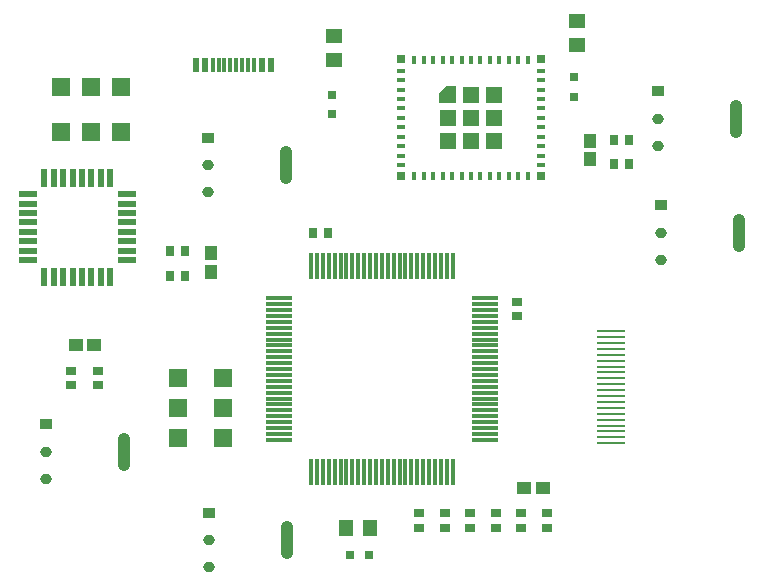
<source format=gbr>
%TF.GenerationSoftware,Altium Limited,Altium Designer,23.4.1 (23)*%
G04 Layer_Color=8421504*
%FSLAX45Y45*%
%MOMM*%
%TF.SameCoordinates,1140DA37-B3DB-4B23-8321-DC1501029C55*%
%TF.FilePolarity,Positive*%
%TF.FileFunction,Paste,Top*%
%TF.Part,Single*%
G01*
G75*
%TA.AperFunction,SMDPad,CuDef*%
%ADD10R,0.30000X2.20000*%
%ADD11R,2.20000X0.30000*%
%ADD12R,0.70000X0.70000*%
%TA.AperFunction,BGAPad,CuDef*%
%ADD13R,1.45000X1.45000*%
%TA.AperFunction,SMDPad,CuDef*%
%ADD15R,0.40000X0.80000*%
%ADD16R,0.80000X0.40000*%
%TA.AperFunction,ConnectorPad*%
%ADD17R,0.30000X1.15000*%
%ADD18R,0.60000X1.15000*%
%TA.AperFunction,SMDPad,CuDef*%
%ADD19R,0.75814X0.81213*%
G04:AMPARAMS|DCode=20|XSize=1.00429mm|YSize=3.18213mm|CornerRadius=0.43687mm|HoleSize=0mm|Usage=FLASHONLY|Rotation=0.000|XOffset=0mm|YOffset=0mm|HoleType=Round|Shape=RoundedRectangle|*
%AMROUNDEDRECTD20*
21,1,1.00429,2.30840,0,0,0.0*
21,1,0.13056,3.18213,0,0,0.0*
1,1,0.87373,0.06528,-1.15420*
1,1,0.87373,-0.06528,-1.15420*
1,1,0.87373,-0.06528,1.15420*
1,1,0.87373,0.06528,1.15420*
%
%ADD20ROUNDEDRECTD20*%
G04:AMPARAMS|DCode=21|XSize=1.00429mm|YSize=0.87213mm|CornerRadius=0.43606mm|HoleSize=0mm|Usage=FLASHONLY|Rotation=0.000|XOffset=0mm|YOffset=0mm|HoleType=Round|Shape=RoundedRectangle|*
%AMROUNDEDRECTD21*
21,1,1.00429,0.00000,0,0,0.0*
21,1,0.13216,0.87213,0,0,0.0*
1,1,0.87213,0.06608,0.00000*
1,1,0.87213,-0.06608,0.00000*
1,1,0.87213,-0.06608,0.00000*
1,1,0.87213,0.06608,0.00000*
%
%ADD21ROUNDEDRECTD21*%
%ADD22R,1.00429X0.87213*%
%TA.AperFunction,BGAPad,CuDef*%
%ADD23R,1.60000X1.60000*%
%TA.AperFunction,SMDPad,CuDef*%
%ADD24R,0.80000X0.80000*%
%ADD25R,0.80000X0.80000*%
%ADD26R,1.05822X1.30606*%
%ADD27R,1.55000X0.55000*%
%ADD28R,0.55000X1.55000*%
%ADD29R,0.81213X0.75814*%
%ADD30R,1.30606X1.05822*%
%ADD31R,1.45000X1.20000*%
%TA.AperFunction,ConnectorPad*%
%ADD32R,2.40000X0.28000*%
%TA.AperFunction,BGAPad,CuDef*%
%ADD33R,1.60000X1.60000*%
%TA.AperFunction,SMDPad,CuDef*%
%ADD34R,1.20000X1.45000*%
G36*
X15133400Y6722000D02*
X14988400D01*
Y6807000D01*
X15048399Y6867000D01*
X15133400D01*
Y6722000D01*
D02*
G37*
D10*
X13903400Y3600400D02*
D03*
X13953400D02*
D03*
X14003400D02*
D03*
X14053400D02*
D03*
X14103400D02*
D03*
X14153400D02*
D03*
X14203400D02*
D03*
X14253400D02*
D03*
X14303400D02*
D03*
X14353400D02*
D03*
X14403400D02*
D03*
X14453400D02*
D03*
X14503400D02*
D03*
X14553400D02*
D03*
X14603400D02*
D03*
X14653400D02*
D03*
X14703400D02*
D03*
X14753400D02*
D03*
X14803400D02*
D03*
X14853400D02*
D03*
X14903400D02*
D03*
X14953400D02*
D03*
X15003400D02*
D03*
X15053400D02*
D03*
X15103400D02*
D03*
Y5340400D02*
D03*
X15053400D02*
D03*
X15003400D02*
D03*
X14953400D02*
D03*
X14903400D02*
D03*
X14853400D02*
D03*
X14803400D02*
D03*
X14753400D02*
D03*
X14703400D02*
D03*
X14653400D02*
D03*
X14603400D02*
D03*
X14553400D02*
D03*
X14503400D02*
D03*
X14453400D02*
D03*
X14403400D02*
D03*
X14353400D02*
D03*
X14303400D02*
D03*
X14253400D02*
D03*
X14203400D02*
D03*
X14153400D02*
D03*
X14103400D02*
D03*
X14053400D02*
D03*
X14003400D02*
D03*
X13953400D02*
D03*
X13903400D02*
D03*
D11*
X15373399Y3870400D02*
D03*
Y3920400D02*
D03*
Y3970400D02*
D03*
Y4020400D02*
D03*
Y4070400D02*
D03*
Y4120400D02*
D03*
Y4170400D02*
D03*
Y4220400D02*
D03*
Y4270400D02*
D03*
Y4320400D02*
D03*
Y4370400D02*
D03*
Y4420400D02*
D03*
Y4470400D02*
D03*
Y4520400D02*
D03*
Y4570400D02*
D03*
Y4620400D02*
D03*
Y4670400D02*
D03*
Y4720400D02*
D03*
Y4770400D02*
D03*
Y4820400D02*
D03*
Y4870400D02*
D03*
Y4920400D02*
D03*
Y4970400D02*
D03*
Y5020400D02*
D03*
Y5070400D02*
D03*
X13633400D02*
D03*
Y5020400D02*
D03*
Y4970400D02*
D03*
Y4920400D02*
D03*
Y4870400D02*
D03*
Y4820400D02*
D03*
Y4770400D02*
D03*
Y4720400D02*
D03*
Y4670400D02*
D03*
Y4620400D02*
D03*
Y4570400D02*
D03*
Y4520400D02*
D03*
Y4470400D02*
D03*
Y4420400D02*
D03*
Y4370400D02*
D03*
Y4320400D02*
D03*
Y4270400D02*
D03*
Y4220400D02*
D03*
Y4170400D02*
D03*
Y4120400D02*
D03*
Y4070400D02*
D03*
Y4020400D02*
D03*
Y3970400D02*
D03*
Y3920400D02*
D03*
Y3870400D02*
D03*
D12*
X15853400Y7092000D02*
D03*
Y6102000D02*
D03*
X14663400D02*
D03*
Y7092000D02*
D03*
D13*
X15455901Y6597000D02*
D03*
Y6399500D02*
D03*
X15258400D02*
D03*
X15060899D02*
D03*
Y6597000D02*
D03*
X15258400Y6794500D02*
D03*
X15455901D02*
D03*
X15258400Y6597000D02*
D03*
D15*
X14778400Y7087000D02*
D03*
X14858400D02*
D03*
X14938400D02*
D03*
X15018401D02*
D03*
X15098399D02*
D03*
X15178400D02*
D03*
X15258400D02*
D03*
X15338400D02*
D03*
X15418401D02*
D03*
X15498399D02*
D03*
X15578400D02*
D03*
X15658400D02*
D03*
X15738400D02*
D03*
Y6107000D02*
D03*
X15658400D02*
D03*
X15578400D02*
D03*
X15498399D02*
D03*
X15418401D02*
D03*
X15338400D02*
D03*
X15258400D02*
D03*
X15178400D02*
D03*
X15098399D02*
D03*
X15018401D02*
D03*
X14938400D02*
D03*
X14858400D02*
D03*
X14778400D02*
D03*
D16*
X15848399Y6997000D02*
D03*
Y6917000D02*
D03*
Y6837000D02*
D03*
Y6757000D02*
D03*
Y6677000D02*
D03*
Y6597000D02*
D03*
Y6517000D02*
D03*
Y6437000D02*
D03*
Y6357000D02*
D03*
Y6277000D02*
D03*
Y6197000D02*
D03*
X14668401D02*
D03*
Y6277000D02*
D03*
Y6357000D02*
D03*
Y6437000D02*
D03*
Y6517000D02*
D03*
Y6597000D02*
D03*
Y6677000D02*
D03*
Y6757000D02*
D03*
Y6837000D02*
D03*
Y6917000D02*
D03*
Y6997000D02*
D03*
D17*
X13421100Y7042900D02*
D03*
X13371100D02*
D03*
X13321100D02*
D03*
X13071100D02*
D03*
X13121100D02*
D03*
X13171100D02*
D03*
X13271100D02*
D03*
X13221100D02*
D03*
D18*
X13006100D02*
D03*
X13486099D02*
D03*
X12926100D02*
D03*
X13566100D02*
D03*
D19*
X16472701Y6210300D02*
D03*
X16598099D02*
D03*
X13920001Y5626100D02*
D03*
X14045399D02*
D03*
X16598099Y6413500D02*
D03*
X16472701D02*
D03*
X12713501Y5257800D02*
D03*
X12838899D02*
D03*
X12713501Y5473700D02*
D03*
X12838899D02*
D03*
D20*
X13689900Y6197600D02*
D03*
X17525301Y5626100D02*
D03*
X12319000Y3771900D02*
D03*
X17499899Y6591300D02*
D03*
X13702600Y3022600D02*
D03*
D21*
X13030901Y5968600D02*
D03*
Y6197600D02*
D03*
X16866299Y5397100D02*
D03*
Y5626100D02*
D03*
X11660000Y3542900D02*
D03*
Y3771900D02*
D03*
X16840900Y6362300D02*
D03*
Y6591300D02*
D03*
X13043600Y2793600D02*
D03*
Y3022600D02*
D03*
D22*
X13030901Y6426600D02*
D03*
X16866299Y5855100D02*
D03*
X11660000Y4000900D02*
D03*
X16840900Y6820300D02*
D03*
X13043600Y3251600D02*
D03*
D23*
X12039600Y6857000D02*
D03*
Y6477000D02*
D03*
X12293600Y6857000D02*
D03*
X11785600D02*
D03*
Y6477000D02*
D03*
X12293600D02*
D03*
D24*
X14084300Y6629500D02*
D03*
Y6794500D02*
D03*
X16128999Y6775500D02*
D03*
Y6940500D02*
D03*
D25*
X14395399Y2895600D02*
D03*
X14230400D02*
D03*
D26*
X16268700Y6403616D02*
D03*
Y6248400D02*
D03*
X13055600Y5294492D02*
D03*
Y5449708D02*
D03*
D27*
X12344400Y5951200D02*
D03*
Y5871200D02*
D03*
Y5791200D02*
D03*
Y5711200D02*
D03*
Y5631200D02*
D03*
Y5551200D02*
D03*
Y5471200D02*
D03*
Y5391200D02*
D03*
X11504400D02*
D03*
Y5471200D02*
D03*
Y5551200D02*
D03*
Y5631200D02*
D03*
Y5711200D02*
D03*
Y5791200D02*
D03*
Y5871200D02*
D03*
Y5951200D02*
D03*
D28*
X12204400Y5251200D02*
D03*
X12124400D02*
D03*
X12044400D02*
D03*
X11964400D02*
D03*
X11884400D02*
D03*
X11804400D02*
D03*
X11724400D02*
D03*
X11644400D02*
D03*
Y6091200D02*
D03*
X11724400D02*
D03*
X11804400D02*
D03*
X11884400D02*
D03*
X11964400D02*
D03*
X12044400D02*
D03*
X12124400D02*
D03*
X12204400D02*
D03*
D29*
X15900400Y3125801D02*
D03*
Y3251200D02*
D03*
X15684500Y3125001D02*
D03*
Y3250399D02*
D03*
X15468600Y3125801D02*
D03*
Y3251200D02*
D03*
X15252699Y3125801D02*
D03*
Y3251200D02*
D03*
X15036800Y3125801D02*
D03*
Y3251200D02*
D03*
X14820900Y3125801D02*
D03*
Y3251200D02*
D03*
X12103100Y4331501D02*
D03*
Y4456899D02*
D03*
X11874500Y4331501D02*
D03*
Y4456899D02*
D03*
X15646400Y5041099D02*
D03*
Y4915701D02*
D03*
D30*
X15863708Y3467100D02*
D03*
X15708492D02*
D03*
X12066408Y4673600D02*
D03*
X11911192D02*
D03*
D31*
X14097000Y7088200D02*
D03*
Y7288200D02*
D03*
X16154401Y7215200D02*
D03*
Y7415200D02*
D03*
D32*
X16444600Y3841800D02*
D03*
Y3891800D02*
D03*
Y3941800D02*
D03*
Y3991800D02*
D03*
Y4041800D02*
D03*
Y4091800D02*
D03*
Y4141800D02*
D03*
Y4191800D02*
D03*
Y4241800D02*
D03*
Y4291800D02*
D03*
Y4341800D02*
D03*
Y4391800D02*
D03*
Y4441800D02*
D03*
Y4491800D02*
D03*
Y4541800D02*
D03*
Y4591800D02*
D03*
Y4641800D02*
D03*
Y4691800D02*
D03*
Y4741800D02*
D03*
Y4791800D02*
D03*
D33*
X13156700Y4140200D02*
D03*
X12776700D02*
D03*
X13156700Y3886200D02*
D03*
Y4394200D02*
D03*
X12776700D02*
D03*
Y3886200D02*
D03*
D34*
X14201801Y3124200D02*
D03*
X14401801D02*
D03*
%TF.MD5,ab65cf48414826b15d01ac78b9e64154*%
M02*

</source>
